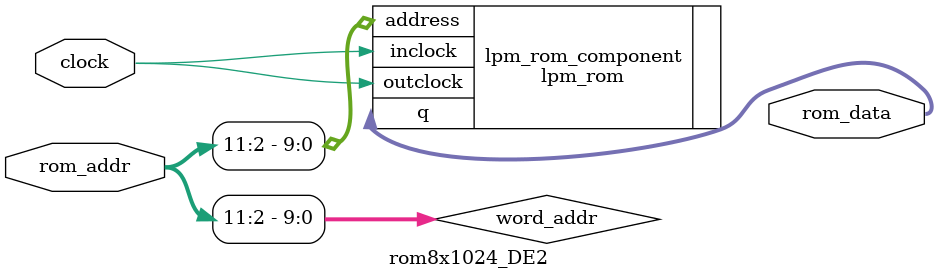
<source format=v>
/*******************/
/* rom8x1024_DE2.v */
/*******************/

//                  +----+
//  rom_addr[11:0]->|    |->rom_data[31:0]
//                  +----+

//
// ROM¤Îµ­½Ò¡ÊDE2¥Ü¡¼¥É, quartus, Æ°ºî¼Â¸³ÍÑ¡Ë
//

module rom8x1024_DE2 (clock, rom_addr, rom_data);
   // Inputs
   input          clock;
   input   [11:0] rom_addr;      // 12-bit address

   // Outputs
   output [31:0]  rom_data;      // 32-bit data

   // Wire
   wire    [9:0]  word_addr;     // 10-bit address, word

  assign word_addr = rom_addr[11:2];

   lpm_rom lpm_rom_component (
			      .address(word_addr),
			      .inclock(clock),
			      .outclock(clock),
			      .q(rom_data));
   defparam lpm_rom_component.LPM_WIDTH   = 32,   // 32-bit data
	    lpm_rom_component.LPM_WIDTHAD = 10,   // 10-bit address
	    lpm_rom_component.LPM_ADDRESS_CONTROL = "REGISTERED",
	    lpm_rom_component.LPM_OUTDATA = "REGISTERED",
	    lpm_rom_component.LPM_FILE    = "rom8x1024_DE2.mif";
       
endmodule

</source>
